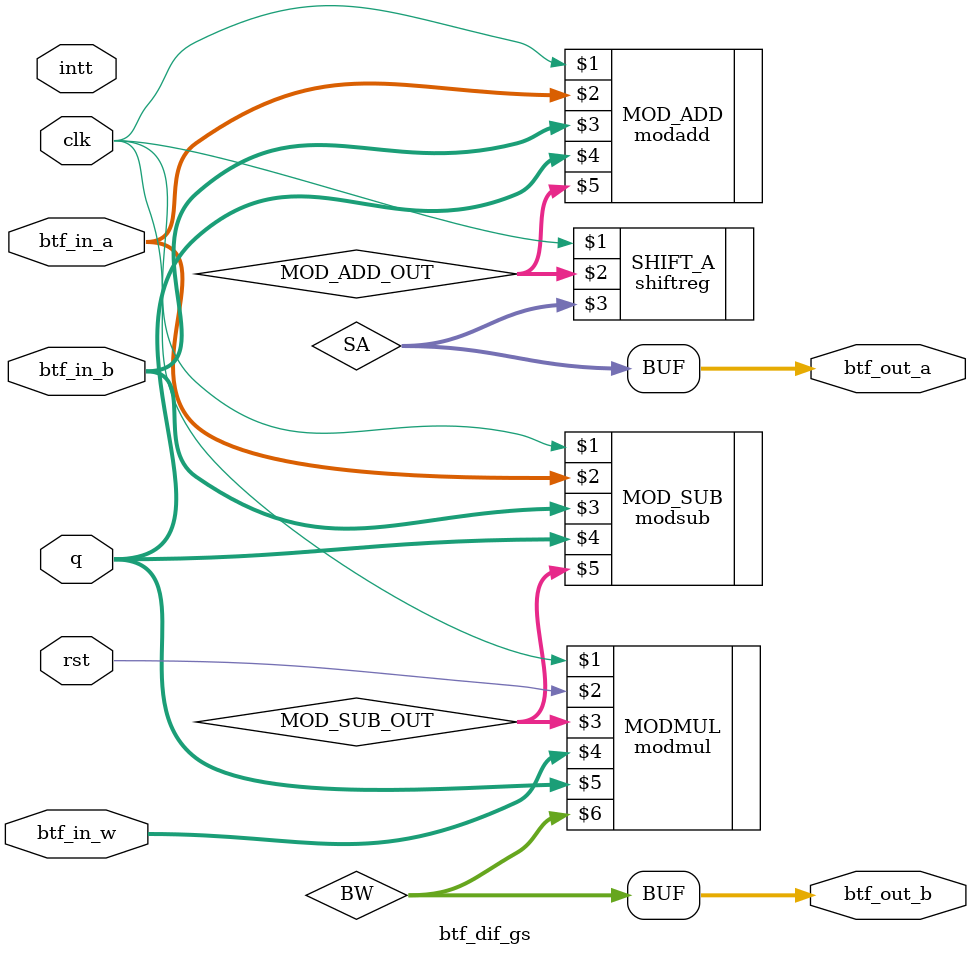
<source format=v>
`timescale 1ns / 1ps

module btf_dif_gs 
#(
    parameter LOGQ       = 0,
    parameter LOGN       = 0,
    parameter IS_Q_FIXED = 0,
    parameter Q          = 0,
    parameter DELAY_ADD  = 0,
    parameter DELAY_SUB  = 0,
    parameter DELAY_MUL  = 0,
    parameter   DSP_W    = 0,
    parameter   DSP_H    = 0,
    parameter DELAY_RED  = 0,
    parameter   TYPE_RED = 0,
    parameter   W        = 0,
    parameter   L        = 0,
    parameter   MULLAT   = 0,
    parameter   ADDPIP   = 0,
    parameter DELAY_DIV2 = 0,
    parameter DELAY_BRAM = 0,
    parameter DELAY_BROM = 0,
    parameter DELAY_FIFO = 0,
    parameter BTF_GS     = 0,
    // specific
    parameter STAGE      = 0
)(
    input               clk,
    input               rst,
    input               intt,
    input  [LOGQ-1:0]   btf_in_a,
    input  [LOGQ-1:0]   btf_in_b,
    input  [LOGQ-1:0]   btf_in_w,
    input  [LOGQ-1:0]   q,
    output [LOGQ-1:0]   btf_out_a,
    output [LOGQ-1:0]   btf_out_b
);

localparam DELAY_TOTAL = DELAY_ADD + DELAY_MUL + DELAY_RED;

// butterfly operation   

wire [LOGQ-1:0] MOD_ADD_OUT;
wire [LOGQ-1:0] MOD_SUB_OUT;

modadd #(
    .LOGQ(LOGQ),      
    .LOGN(LOGN),
    .IS_Q_FIXED(IS_Q_FIXED),
    .Q(Q),
    .DELAY_ADD(DELAY_ADD),   
    .DELAY_SUB(DELAY_SUB),   
    .DELAY_MUL(DELAY_MUL),  
    .DSP_W(DSP_W),
    .DSP_H(DSP_H),
    .DELAY_RED(DELAY_RED),
    .TYPE_RED(TYPE_RED),
    .W(W),
    .L(L),
    .MULLAT(MULLAT),
    .ADDPIP(ADDPIP),
    .DELAY_DIV2(DELAY_DIV2),
    .DELAY_BRAM(DELAY_BRAM),
    .DELAY_BROM(DELAY_BROM),
    .DELAY_FIFO(DELAY_FIFO),
    .BTF_GS(BTF_GS)
) MOD_ADD (
    clk,
    btf_in_a,
    btf_in_b,
    q,
    MOD_ADD_OUT
);

modsub #(
    .LOGQ(LOGQ),      
    .LOGN(LOGN),
    .IS_Q_FIXED(IS_Q_FIXED),
    .Q(Q),
    .DELAY_ADD(DELAY_ADD),   
    .DELAY_SUB(DELAY_SUB),   
    .DELAY_MUL(DELAY_MUL),  
    .DSP_W(DSP_W),
    .DSP_H(DSP_H),
    .DELAY_RED(DELAY_RED),
    .TYPE_RED(TYPE_RED),
    .W(W),
    .L(L),
    .MULLAT(MULLAT),
    .ADDPIP(ADDPIP),
    .DELAY_DIV2(DELAY_DIV2),
    .DELAY_BRAM(DELAY_BRAM),
    .DELAY_BROM(DELAY_BROM),
    .DELAY_FIFO(DELAY_FIFO),
    .BTF_GS(BTF_GS)
) MOD_SUB (
    clk,
    btf_in_a,
    btf_in_b,
    q,
    MOD_SUB_OUT
);

wire [LOGQ-1:0] SA;
wire [LOGQ-1:0] BW;
wire [(LOGQ*2)-1:0] mul_bw;
wire [LOGQ-1:0] mod_bw;

// modulo multiplication

shiftreg #(
    (DELAY_MUL+DELAY_RED),
    LOGQ
) SHIFT_A (
    clk,
    MOD_ADD_OUT,
    SA
);

//intmul #(
//    LOGQ,
//    IS_Q_FIXED,
//    Q,
//    DELAY_ADD,
//    DELAY_SUB,
//    DELAY_MUL, 
//    DELAY_RED,
//    DELAY_BRAM,
//    DELAY_BROM,
//    DELAY_FIFO
//) INTMUL (
//    clk,
//    rst,
//    MOD_SUB_OUT,
//    btf_in_w,
//    q,
//    mul_bw
//);
//
//modred_64 MODRED_64 (
//    clk,
//    mul_bw,
//    mod_bw
//);
//
// assign BW = mod_bw;

modmul #(
    .LOGQ(LOGQ),      
    .LOGN(LOGN),
    .IS_Q_FIXED(IS_Q_FIXED),
    .Q(Q),
    .DELAY_ADD(DELAY_ADD),   
    .DELAY_SUB(DELAY_SUB),   
    .DELAY_MUL(DELAY_MUL),  
    .DSP_W(DSP_W),
    .DSP_H(DSP_H),
    .DELAY_RED(DELAY_RED),
    .TYPE_RED(TYPE_RED),
    .W(W),
    .L(L),
    .MULLAT(MULLAT),
    .ADDPIP(ADDPIP),
    .DELAY_DIV2(DELAY_DIV2),
    .DELAY_BRAM(DELAY_BRAM),
    .DELAY_BROM(DELAY_BROM),
    .DELAY_FIFO(DELAY_FIFO),
    .BTF_GS(BTF_GS)
) MODMUL (
    clk,
    rst,
    MOD_SUB_OUT,
    btf_in_w,
    q,
    BW
);

// output

assign btf_out_a = SA;
assign btf_out_b = BW;

endmodule
</source>
